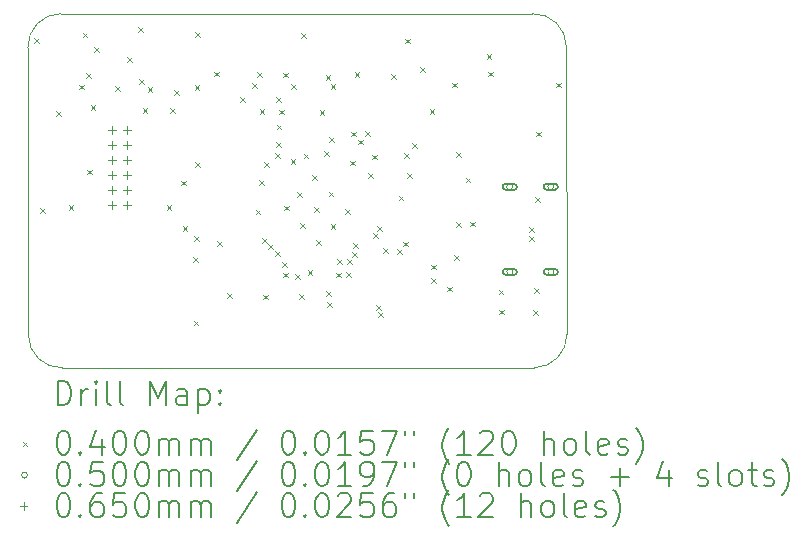
<source format=gbr>
%TF.GenerationSoftware,KiCad,Pcbnew,(6.0.9)*%
%TF.CreationDate,2022-11-24T16:49:14+01:00*%
%TF.ProjectId,LDAD ATOM PRO,4c444144-2041-4544-9f4d-2050524f2e6b,5.3*%
%TF.SameCoordinates,Original*%
%TF.FileFunction,Drillmap*%
%TF.FilePolarity,Positive*%
%FSLAX45Y45*%
G04 Gerber Fmt 4.5, Leading zero omitted, Abs format (unit mm)*
G04 Created by KiCad (PCBNEW (6.0.9)) date 2022-11-24 16:49:14*
%MOMM*%
%LPD*%
G01*
G04 APERTURE LIST*
%ADD10C,0.100000*%
%ADD11C,0.200000*%
%ADD12C,0.040000*%
%ADD13C,0.050000*%
%ADD14C,0.065000*%
G04 APERTURE END LIST*
D10*
X11911342Y-11246793D02*
X15905000Y-11247000D01*
X16179179Y-8528000D02*
G75*
G03*
X15891000Y-8250000I-278189J-10D01*
G01*
X15905000Y-11247000D02*
G75*
G03*
X16183000Y-10958820I0J278180D01*
G01*
X11898387Y-8248955D02*
X15891000Y-8250000D01*
X16183000Y-10958820D02*
X16179180Y-8528000D01*
X11623168Y-10968793D02*
G75*
G03*
X11911342Y-11246793I278182J3D01*
G01*
X11623162Y-10968793D02*
X11620387Y-8537135D01*
X11898387Y-8248956D02*
G75*
G03*
X11620387Y-8537135I-27J-278154D01*
G01*
D11*
D12*
X11674000Y-8458000D02*
X11714000Y-8498000D01*
X11714000Y-8458000D02*
X11674000Y-8498000D01*
X11723000Y-9895000D02*
X11763000Y-9935000D01*
X11763000Y-9895000D02*
X11723000Y-9935000D01*
X11859000Y-9075000D02*
X11899000Y-9115000D01*
X11899000Y-9075000D02*
X11859000Y-9115000D01*
X11966000Y-9873000D02*
X12006000Y-9913000D01*
X12006000Y-9873000D02*
X11966000Y-9913000D01*
X12055000Y-8849000D02*
X12095000Y-8889000D01*
X12095000Y-8849000D02*
X12055000Y-8889000D01*
X12083000Y-8411000D02*
X12123000Y-8451000D01*
X12123000Y-8411000D02*
X12083000Y-8451000D01*
X12110050Y-8754000D02*
X12150050Y-8794000D01*
X12150050Y-8754000D02*
X12110050Y-8794000D01*
X12119000Y-9570000D02*
X12159000Y-9610000D01*
X12159000Y-9570000D02*
X12119000Y-9610000D01*
X12150000Y-9026000D02*
X12190000Y-9066000D01*
X12190000Y-9026000D02*
X12150000Y-9066000D01*
X12179000Y-8532000D02*
X12219000Y-8572000D01*
X12219000Y-8532000D02*
X12179000Y-8572000D01*
X12360000Y-8863000D02*
X12400000Y-8903000D01*
X12400000Y-8863000D02*
X12360000Y-8903000D01*
X12460000Y-8620000D02*
X12500000Y-8660000D01*
X12500000Y-8620000D02*
X12460000Y-8660000D01*
X12556000Y-8361000D02*
X12596000Y-8401000D01*
X12596000Y-8361000D02*
X12556000Y-8401000D01*
X12562000Y-8802000D02*
X12602000Y-8842000D01*
X12602000Y-8802000D02*
X12562000Y-8842000D01*
X12591000Y-9048000D02*
X12631000Y-9088000D01*
X12631000Y-9048000D02*
X12591000Y-9088000D01*
X12634000Y-8873000D02*
X12674000Y-8913000D01*
X12674000Y-8873000D02*
X12634000Y-8913000D01*
X12794500Y-9867500D02*
X12834500Y-9907500D01*
X12834500Y-9867500D02*
X12794500Y-9907500D01*
X12827000Y-9048000D02*
X12867000Y-9088000D01*
X12867000Y-9048000D02*
X12827000Y-9088000D01*
X12861000Y-8895000D02*
X12901000Y-8935000D01*
X12901000Y-8895000D02*
X12861000Y-8935000D01*
X12917000Y-9664000D02*
X12957000Y-9704000D01*
X12957000Y-9664000D02*
X12917000Y-9704000D01*
X12929000Y-10048000D02*
X12969000Y-10088000D01*
X12969000Y-10048000D02*
X12929000Y-10088000D01*
X13021000Y-10309000D02*
X13061000Y-10349000D01*
X13061000Y-10309000D02*
X13021000Y-10349000D01*
X13024000Y-10849000D02*
X13064000Y-10889000D01*
X13064000Y-10849000D02*
X13024000Y-10889000D01*
X13026000Y-10130000D02*
X13066000Y-10170000D01*
X13066000Y-10130000D02*
X13026000Y-10170000D01*
X13032000Y-8853000D02*
X13072000Y-8893000D01*
X13072000Y-8853000D02*
X13032000Y-8893000D01*
X13033000Y-8407000D02*
X13073000Y-8447000D01*
X13073000Y-8407000D02*
X13033000Y-8447000D01*
X13033000Y-9506000D02*
X13073000Y-9546000D01*
X13073000Y-9506000D02*
X13033000Y-9546000D01*
X13198000Y-8739000D02*
X13238000Y-8779000D01*
X13238000Y-8739000D02*
X13198000Y-8779000D01*
X13224000Y-10175000D02*
X13264000Y-10215000D01*
X13264000Y-10175000D02*
X13224000Y-10215000D01*
X13307000Y-10616000D02*
X13347000Y-10656000D01*
X13347000Y-10616000D02*
X13307000Y-10656000D01*
X13419000Y-8959000D02*
X13459000Y-8999000D01*
X13459000Y-8959000D02*
X13419000Y-8999000D01*
X13516000Y-8840000D02*
X13556000Y-8880000D01*
X13556000Y-8840000D02*
X13516000Y-8880000D01*
X13548000Y-9908000D02*
X13588000Y-9948000D01*
X13588000Y-9908000D02*
X13548000Y-9948000D01*
X13560000Y-8742000D02*
X13600000Y-8782000D01*
X13600000Y-8742000D02*
X13560000Y-8782000D01*
X13579000Y-9661000D02*
X13619000Y-9701000D01*
X13619000Y-9661000D02*
X13579000Y-9701000D01*
X13581000Y-9060000D02*
X13621000Y-9100000D01*
X13621000Y-9060000D02*
X13581000Y-9100000D01*
X13602000Y-10151000D02*
X13642000Y-10191000D01*
X13642000Y-10151000D02*
X13602000Y-10191000D01*
X13612000Y-10627000D02*
X13652000Y-10667000D01*
X13652000Y-10627000D02*
X13612000Y-10667000D01*
X13623000Y-9507000D02*
X13663000Y-9547000D01*
X13663000Y-9507000D02*
X13623000Y-9547000D01*
X13657000Y-10200000D02*
X13697000Y-10240000D01*
X13697000Y-10200000D02*
X13657000Y-10240000D01*
X13714000Y-10259000D02*
X13754000Y-10299000D01*
X13754000Y-10259000D02*
X13714000Y-10299000D01*
X13715000Y-9429000D02*
X13755000Y-9469000D01*
X13755000Y-9429000D02*
X13715000Y-9469000D01*
X13723000Y-9338000D02*
X13763000Y-9378000D01*
X13763000Y-9338000D02*
X13723000Y-9378000D01*
X13724000Y-8954000D02*
X13764000Y-8994000D01*
X13764000Y-8954000D02*
X13724000Y-8994000D01*
X13725000Y-9188000D02*
X13765000Y-9228000D01*
X13765000Y-9188000D02*
X13725000Y-9228000D01*
X13749000Y-9062000D02*
X13789000Y-9102000D01*
X13789000Y-9062000D02*
X13749000Y-9102000D01*
X13775000Y-10351000D02*
X13815000Y-10391000D01*
X13815000Y-10351000D02*
X13775000Y-10391000D01*
X13781000Y-8749000D02*
X13821000Y-8789000D01*
X13821000Y-8749000D02*
X13781000Y-8789000D01*
X13784000Y-10442000D02*
X13824000Y-10482000D01*
X13824000Y-10442000D02*
X13784000Y-10482000D01*
X13791000Y-9875000D02*
X13831000Y-9915000D01*
X13831000Y-9875000D02*
X13791000Y-9915000D01*
X13844000Y-9483000D02*
X13884000Y-9523000D01*
X13884000Y-9483000D02*
X13844000Y-9523000D01*
X13847000Y-8843000D02*
X13887000Y-8883000D01*
X13887000Y-8843000D02*
X13847000Y-8883000D01*
X13885000Y-10453000D02*
X13925000Y-10493000D01*
X13925000Y-10453000D02*
X13885000Y-10493000D01*
X13901000Y-9759000D02*
X13941000Y-9799000D01*
X13941000Y-9759000D02*
X13901000Y-9799000D01*
X13916000Y-10625000D02*
X13956000Y-10665000D01*
X13956000Y-10625000D02*
X13916000Y-10665000D01*
X13923000Y-10021000D02*
X13963000Y-10061000D01*
X13963000Y-10021000D02*
X13923000Y-10061000D01*
X13933000Y-8413000D02*
X13973000Y-8453000D01*
X13973000Y-8413000D02*
X13933000Y-8453000D01*
X13955000Y-9434000D02*
X13995000Y-9474000D01*
X13995000Y-9434000D02*
X13955000Y-9474000D01*
X13988000Y-10422000D02*
X14028000Y-10462000D01*
X14028000Y-10422000D02*
X13988000Y-10462000D01*
X14026000Y-9619000D02*
X14066000Y-9659000D01*
X14066000Y-9619000D02*
X14026000Y-9659000D01*
X14043000Y-9886000D02*
X14083000Y-9926000D01*
X14083000Y-9886000D02*
X14043000Y-9926000D01*
X14061000Y-10167000D02*
X14101000Y-10207000D01*
X14101000Y-10167000D02*
X14061000Y-10207000D01*
X14091000Y-9063000D02*
X14131000Y-9103000D01*
X14131000Y-9063000D02*
X14091000Y-9103000D01*
X14130000Y-9413000D02*
X14170000Y-9453000D01*
X14170000Y-9413000D02*
X14130000Y-9453000D01*
X14140000Y-8771000D02*
X14180000Y-8811000D01*
X14180000Y-8771000D02*
X14140000Y-8811000D01*
X14148000Y-10601000D02*
X14188000Y-10641000D01*
X14188000Y-10601000D02*
X14148000Y-10641000D01*
X14152000Y-10693000D02*
X14192000Y-10733000D01*
X14192000Y-10693000D02*
X14152000Y-10733000D01*
X14166000Y-9755000D02*
X14206000Y-9795000D01*
X14206000Y-9755000D02*
X14166000Y-9795000D01*
X14173000Y-9292000D02*
X14213000Y-9332000D01*
X14213000Y-9292000D02*
X14173000Y-9332000D01*
X14183000Y-8843000D02*
X14223000Y-8883000D01*
X14223000Y-8843000D02*
X14183000Y-8883000D01*
X14183000Y-10030000D02*
X14223000Y-10070000D01*
X14223000Y-10030000D02*
X14183000Y-10070000D01*
X14230000Y-10442000D02*
X14270000Y-10482000D01*
X14270000Y-10442000D02*
X14230000Y-10482000D01*
X14236000Y-10329000D02*
X14276000Y-10369000D01*
X14276000Y-10329000D02*
X14236000Y-10369000D01*
X14308000Y-9903000D02*
X14348000Y-9943000D01*
X14348000Y-9903000D02*
X14308000Y-9943000D01*
X14316000Y-10438000D02*
X14356000Y-10478000D01*
X14356000Y-10438000D02*
X14316000Y-10478000D01*
X14321000Y-10328000D02*
X14361000Y-10368000D01*
X14361000Y-10328000D02*
X14321000Y-10368000D01*
X14349000Y-9494000D02*
X14389000Y-9534000D01*
X14389000Y-9494000D02*
X14349000Y-9534000D01*
X14354000Y-9248000D02*
X14394000Y-9288000D01*
X14394000Y-9248000D02*
X14354000Y-9288000D01*
X14367000Y-10266000D02*
X14407000Y-10306000D01*
X14407000Y-10266000D02*
X14367000Y-10306000D01*
X14372000Y-10194000D02*
X14412000Y-10234000D01*
X14412000Y-10194000D02*
X14372000Y-10234000D01*
X14386000Y-8747000D02*
X14426000Y-8787000D01*
X14426000Y-8747000D02*
X14386000Y-8787000D01*
X14417000Y-9315000D02*
X14457000Y-9355000D01*
X14457000Y-9315000D02*
X14417000Y-9355000D01*
X14477000Y-9244000D02*
X14517000Y-9284000D01*
X14517000Y-9244000D02*
X14477000Y-9284000D01*
X14498000Y-9598000D02*
X14538000Y-9638000D01*
X14538000Y-9598000D02*
X14498000Y-9638000D01*
X14537000Y-9442000D02*
X14577000Y-9482000D01*
X14577000Y-9442000D02*
X14537000Y-9482000D01*
X14544817Y-10107450D02*
X14584817Y-10147450D01*
X14584817Y-10107450D02*
X14544817Y-10147450D01*
X14568000Y-10715000D02*
X14608000Y-10755000D01*
X14608000Y-10715000D02*
X14568000Y-10755000D01*
X14578827Y-10046325D02*
X14618827Y-10086325D01*
X14618827Y-10046325D02*
X14578827Y-10086325D01*
X14585000Y-10779000D02*
X14625000Y-10819000D01*
X14625000Y-10779000D02*
X14585000Y-10819000D01*
X14629160Y-10236571D02*
X14669160Y-10276571D01*
X14669160Y-10236571D02*
X14629160Y-10276571D01*
X14697000Y-8761000D02*
X14737000Y-8801000D01*
X14737000Y-8761000D02*
X14697000Y-8801000D01*
X14745000Y-10240000D02*
X14785000Y-10280000D01*
X14785000Y-10240000D02*
X14745000Y-10280000D01*
X14758000Y-9789000D02*
X14798000Y-9829000D01*
X14798000Y-9789000D02*
X14758000Y-9829000D01*
X14799050Y-10179228D02*
X14839050Y-10219228D01*
X14839050Y-10179228D02*
X14799050Y-10219228D01*
X14808000Y-9430000D02*
X14848000Y-9470000D01*
X14848000Y-9430000D02*
X14808000Y-9470000D01*
X14814000Y-8461000D02*
X14854000Y-8501000D01*
X14854000Y-8461000D02*
X14814000Y-8501000D01*
X14833000Y-9598000D02*
X14873000Y-9638000D01*
X14873000Y-9598000D02*
X14833000Y-9638000D01*
X14875000Y-9343000D02*
X14915000Y-9383000D01*
X14915000Y-9343000D02*
X14875000Y-9383000D01*
X14939000Y-8705000D02*
X14979000Y-8745000D01*
X14979000Y-8705000D02*
X14939000Y-8745000D01*
X15022000Y-9059000D02*
X15062000Y-9099000D01*
X15062000Y-9059000D02*
X15022000Y-9099000D01*
X15031000Y-10374000D02*
X15071000Y-10414000D01*
X15071000Y-10374000D02*
X15031000Y-10414000D01*
X15033000Y-10486000D02*
X15073000Y-10526000D01*
X15073000Y-10486000D02*
X15033000Y-10526000D01*
X15167000Y-10561000D02*
X15207000Y-10601000D01*
X15207000Y-10561000D02*
X15167000Y-10601000D01*
X15213000Y-8834000D02*
X15253000Y-8874000D01*
X15253000Y-8834000D02*
X15213000Y-8874000D01*
X15231000Y-10291000D02*
X15271000Y-10331000D01*
X15271000Y-10291000D02*
X15231000Y-10331000D01*
X15244000Y-10014000D02*
X15284000Y-10054000D01*
X15284000Y-10014000D02*
X15244000Y-10054000D01*
X15246000Y-9420000D02*
X15286000Y-9460000D01*
X15286000Y-9420000D02*
X15246000Y-9460000D01*
X15325000Y-9638000D02*
X15365000Y-9678000D01*
X15365000Y-9638000D02*
X15325000Y-9678000D01*
X15365000Y-10011000D02*
X15405000Y-10051000D01*
X15405000Y-10011000D02*
X15365000Y-10051000D01*
X15503000Y-8591000D02*
X15543000Y-8631000D01*
X15543000Y-8591000D02*
X15503000Y-8631000D01*
X15514000Y-8741000D02*
X15554000Y-8781000D01*
X15554000Y-8741000D02*
X15514000Y-8781000D01*
X15606000Y-10586000D02*
X15646000Y-10626000D01*
X15646000Y-10586000D02*
X15606000Y-10626000D01*
X15608000Y-10756000D02*
X15648000Y-10796000D01*
X15648000Y-10756000D02*
X15608000Y-10796000D01*
X15863000Y-10134000D02*
X15903000Y-10174000D01*
X15903000Y-10134000D02*
X15863000Y-10174000D01*
X15866000Y-10054000D02*
X15906000Y-10094000D01*
X15906000Y-10054000D02*
X15866000Y-10094000D01*
X15895000Y-10761000D02*
X15935000Y-10801000D01*
X15935000Y-10761000D02*
X15895000Y-10801000D01*
X15905000Y-10571000D02*
X15945000Y-10611000D01*
X15945000Y-10571000D02*
X15905000Y-10611000D01*
X15913000Y-9800000D02*
X15953000Y-9840000D01*
X15953000Y-9800000D02*
X15913000Y-9840000D01*
X15920000Y-9248000D02*
X15960000Y-9288000D01*
X15960000Y-9248000D02*
X15920000Y-9288000D01*
X16090000Y-8834000D02*
X16130000Y-8874000D01*
X16130000Y-8834000D02*
X16090000Y-8874000D01*
D13*
X15724000Y-9716000D02*
G75*
G03*
X15724000Y-9716000I-25000J0D01*
G01*
D11*
X15664000Y-9741000D02*
X15734000Y-9741000D01*
X15664000Y-9691000D02*
X15734000Y-9691000D01*
X15734000Y-9741000D02*
G75*
G03*
X15734000Y-9691000I0J25000D01*
G01*
X15664000Y-9691000D02*
G75*
G03*
X15664000Y-9741000I0J-25000D01*
G01*
D13*
X15725000Y-10435000D02*
G75*
G03*
X15725000Y-10435000I-25000J0D01*
G01*
D11*
X15665000Y-10460000D02*
X15735000Y-10460000D01*
X15665000Y-10410000D02*
X15735000Y-10410000D01*
X15735000Y-10460000D02*
G75*
G03*
X15735000Y-10410000I0J25000D01*
G01*
X15665000Y-10410000D02*
G75*
G03*
X15665000Y-10460000I0J-25000D01*
G01*
D13*
X16072000Y-9714000D02*
G75*
G03*
X16072000Y-9714000I-25000J0D01*
G01*
D11*
X16012000Y-9739000D02*
X16082000Y-9739000D01*
X16012000Y-9689000D02*
X16082000Y-9689000D01*
X16082000Y-9739000D02*
G75*
G03*
X16082000Y-9689000I0J25000D01*
G01*
X16012000Y-9689000D02*
G75*
G03*
X16012000Y-9739000I0J-25000D01*
G01*
D13*
X16072000Y-10436000D02*
G75*
G03*
X16072000Y-10436000I-25000J0D01*
G01*
D11*
X16012000Y-10461000D02*
X16082000Y-10461000D01*
X16012000Y-10411000D02*
X16082000Y-10411000D01*
X16082000Y-10461000D02*
G75*
G03*
X16082000Y-10411000I0J25000D01*
G01*
X16012000Y-10411000D02*
G75*
G03*
X16012000Y-10461000I0J-25000D01*
G01*
D14*
X12330500Y-9200000D02*
X12330500Y-9265000D01*
X12298000Y-9232500D02*
X12363000Y-9232500D01*
X12330500Y-9327000D02*
X12330500Y-9392000D01*
X12298000Y-9359500D02*
X12363000Y-9359500D01*
X12330500Y-9454000D02*
X12330500Y-9519000D01*
X12298000Y-9486500D02*
X12363000Y-9486500D01*
X12330500Y-9581000D02*
X12330500Y-9646000D01*
X12298000Y-9613500D02*
X12363000Y-9613500D01*
X12330500Y-9708000D02*
X12330500Y-9773000D01*
X12298000Y-9740500D02*
X12363000Y-9740500D01*
X12330500Y-9835000D02*
X12330500Y-9900000D01*
X12298000Y-9867500D02*
X12363000Y-9867500D01*
X12457500Y-9200000D02*
X12457500Y-9265000D01*
X12425000Y-9232500D02*
X12490000Y-9232500D01*
X12457500Y-9327000D02*
X12457500Y-9392000D01*
X12425000Y-9359500D02*
X12490000Y-9359500D01*
X12457500Y-9454000D02*
X12457500Y-9519000D01*
X12425000Y-9486500D02*
X12490000Y-9486500D01*
X12457500Y-9581000D02*
X12457500Y-9646000D01*
X12425000Y-9613500D02*
X12490000Y-9613500D01*
X12457500Y-9708000D02*
X12457500Y-9773000D01*
X12425000Y-9740500D02*
X12490000Y-9740500D01*
X12457500Y-9835000D02*
X12457500Y-9900000D01*
X12425000Y-9867500D02*
X12490000Y-9867500D01*
D11*
X11872825Y-11562476D02*
X11872825Y-11362476D01*
X11920444Y-11362476D01*
X11949016Y-11372000D01*
X11968063Y-11391048D01*
X11977587Y-11410095D01*
X11987111Y-11448190D01*
X11987111Y-11476762D01*
X11977587Y-11514857D01*
X11968063Y-11533905D01*
X11949016Y-11552952D01*
X11920444Y-11562476D01*
X11872825Y-11562476D01*
X12072825Y-11562476D02*
X12072825Y-11429143D01*
X12072825Y-11467238D02*
X12082349Y-11448190D01*
X12091873Y-11438667D01*
X12110920Y-11429143D01*
X12129968Y-11429143D01*
X12196635Y-11562476D02*
X12196635Y-11429143D01*
X12196635Y-11362476D02*
X12187111Y-11372000D01*
X12196635Y-11381524D01*
X12206158Y-11372000D01*
X12196635Y-11362476D01*
X12196635Y-11381524D01*
X12320444Y-11562476D02*
X12301397Y-11552952D01*
X12291873Y-11533905D01*
X12291873Y-11362476D01*
X12425206Y-11562476D02*
X12406158Y-11552952D01*
X12396635Y-11533905D01*
X12396635Y-11362476D01*
X12653778Y-11562476D02*
X12653778Y-11362476D01*
X12720444Y-11505333D01*
X12787111Y-11362476D01*
X12787111Y-11562476D01*
X12968063Y-11562476D02*
X12968063Y-11457714D01*
X12958539Y-11438667D01*
X12939492Y-11429143D01*
X12901397Y-11429143D01*
X12882349Y-11438667D01*
X12968063Y-11552952D02*
X12949016Y-11562476D01*
X12901397Y-11562476D01*
X12882349Y-11552952D01*
X12872825Y-11533905D01*
X12872825Y-11514857D01*
X12882349Y-11495809D01*
X12901397Y-11486286D01*
X12949016Y-11486286D01*
X12968063Y-11476762D01*
X13063301Y-11429143D02*
X13063301Y-11629143D01*
X13063301Y-11438667D02*
X13082349Y-11429143D01*
X13120444Y-11429143D01*
X13139492Y-11438667D01*
X13149016Y-11448190D01*
X13158539Y-11467238D01*
X13158539Y-11524381D01*
X13149016Y-11543428D01*
X13139492Y-11552952D01*
X13120444Y-11562476D01*
X13082349Y-11562476D01*
X13063301Y-11552952D01*
X13244254Y-11543428D02*
X13253778Y-11552952D01*
X13244254Y-11562476D01*
X13234730Y-11552952D01*
X13244254Y-11543428D01*
X13244254Y-11562476D01*
X13244254Y-11438667D02*
X13253778Y-11448190D01*
X13244254Y-11457714D01*
X13234730Y-11448190D01*
X13244254Y-11438667D01*
X13244254Y-11457714D01*
D12*
X11575206Y-11872000D02*
X11615206Y-11912000D01*
X11615206Y-11872000D02*
X11575206Y-11912000D01*
D11*
X11910920Y-11782476D02*
X11929968Y-11782476D01*
X11949016Y-11792000D01*
X11958539Y-11801524D01*
X11968063Y-11820571D01*
X11977587Y-11858667D01*
X11977587Y-11906286D01*
X11968063Y-11944381D01*
X11958539Y-11963428D01*
X11949016Y-11972952D01*
X11929968Y-11982476D01*
X11910920Y-11982476D01*
X11891873Y-11972952D01*
X11882349Y-11963428D01*
X11872825Y-11944381D01*
X11863301Y-11906286D01*
X11863301Y-11858667D01*
X11872825Y-11820571D01*
X11882349Y-11801524D01*
X11891873Y-11792000D01*
X11910920Y-11782476D01*
X12063301Y-11963428D02*
X12072825Y-11972952D01*
X12063301Y-11982476D01*
X12053778Y-11972952D01*
X12063301Y-11963428D01*
X12063301Y-11982476D01*
X12244254Y-11849143D02*
X12244254Y-11982476D01*
X12196635Y-11772952D02*
X12149016Y-11915809D01*
X12272825Y-11915809D01*
X12387111Y-11782476D02*
X12406158Y-11782476D01*
X12425206Y-11792000D01*
X12434730Y-11801524D01*
X12444254Y-11820571D01*
X12453778Y-11858667D01*
X12453778Y-11906286D01*
X12444254Y-11944381D01*
X12434730Y-11963428D01*
X12425206Y-11972952D01*
X12406158Y-11982476D01*
X12387111Y-11982476D01*
X12368063Y-11972952D01*
X12358539Y-11963428D01*
X12349016Y-11944381D01*
X12339492Y-11906286D01*
X12339492Y-11858667D01*
X12349016Y-11820571D01*
X12358539Y-11801524D01*
X12368063Y-11792000D01*
X12387111Y-11782476D01*
X12577587Y-11782476D02*
X12596635Y-11782476D01*
X12615682Y-11792000D01*
X12625206Y-11801524D01*
X12634730Y-11820571D01*
X12644254Y-11858667D01*
X12644254Y-11906286D01*
X12634730Y-11944381D01*
X12625206Y-11963428D01*
X12615682Y-11972952D01*
X12596635Y-11982476D01*
X12577587Y-11982476D01*
X12558539Y-11972952D01*
X12549016Y-11963428D01*
X12539492Y-11944381D01*
X12529968Y-11906286D01*
X12529968Y-11858667D01*
X12539492Y-11820571D01*
X12549016Y-11801524D01*
X12558539Y-11792000D01*
X12577587Y-11782476D01*
X12729968Y-11982476D02*
X12729968Y-11849143D01*
X12729968Y-11868190D02*
X12739492Y-11858667D01*
X12758539Y-11849143D01*
X12787111Y-11849143D01*
X12806158Y-11858667D01*
X12815682Y-11877714D01*
X12815682Y-11982476D01*
X12815682Y-11877714D02*
X12825206Y-11858667D01*
X12844254Y-11849143D01*
X12872825Y-11849143D01*
X12891873Y-11858667D01*
X12901397Y-11877714D01*
X12901397Y-11982476D01*
X12996635Y-11982476D02*
X12996635Y-11849143D01*
X12996635Y-11868190D02*
X13006158Y-11858667D01*
X13025206Y-11849143D01*
X13053778Y-11849143D01*
X13072825Y-11858667D01*
X13082349Y-11877714D01*
X13082349Y-11982476D01*
X13082349Y-11877714D02*
X13091873Y-11858667D01*
X13110920Y-11849143D01*
X13139492Y-11849143D01*
X13158539Y-11858667D01*
X13168063Y-11877714D01*
X13168063Y-11982476D01*
X13558539Y-11772952D02*
X13387111Y-12030095D01*
X13815682Y-11782476D02*
X13834730Y-11782476D01*
X13853778Y-11792000D01*
X13863301Y-11801524D01*
X13872825Y-11820571D01*
X13882349Y-11858667D01*
X13882349Y-11906286D01*
X13872825Y-11944381D01*
X13863301Y-11963428D01*
X13853778Y-11972952D01*
X13834730Y-11982476D01*
X13815682Y-11982476D01*
X13796635Y-11972952D01*
X13787111Y-11963428D01*
X13777587Y-11944381D01*
X13768063Y-11906286D01*
X13768063Y-11858667D01*
X13777587Y-11820571D01*
X13787111Y-11801524D01*
X13796635Y-11792000D01*
X13815682Y-11782476D01*
X13968063Y-11963428D02*
X13977587Y-11972952D01*
X13968063Y-11982476D01*
X13958539Y-11972952D01*
X13968063Y-11963428D01*
X13968063Y-11982476D01*
X14101397Y-11782476D02*
X14120444Y-11782476D01*
X14139492Y-11792000D01*
X14149016Y-11801524D01*
X14158539Y-11820571D01*
X14168063Y-11858667D01*
X14168063Y-11906286D01*
X14158539Y-11944381D01*
X14149016Y-11963428D01*
X14139492Y-11972952D01*
X14120444Y-11982476D01*
X14101397Y-11982476D01*
X14082349Y-11972952D01*
X14072825Y-11963428D01*
X14063301Y-11944381D01*
X14053778Y-11906286D01*
X14053778Y-11858667D01*
X14063301Y-11820571D01*
X14072825Y-11801524D01*
X14082349Y-11792000D01*
X14101397Y-11782476D01*
X14358539Y-11982476D02*
X14244254Y-11982476D01*
X14301397Y-11982476D02*
X14301397Y-11782476D01*
X14282349Y-11811048D01*
X14263301Y-11830095D01*
X14244254Y-11839619D01*
X14539492Y-11782476D02*
X14444254Y-11782476D01*
X14434730Y-11877714D01*
X14444254Y-11868190D01*
X14463301Y-11858667D01*
X14510920Y-11858667D01*
X14529968Y-11868190D01*
X14539492Y-11877714D01*
X14549016Y-11896762D01*
X14549016Y-11944381D01*
X14539492Y-11963428D01*
X14529968Y-11972952D01*
X14510920Y-11982476D01*
X14463301Y-11982476D01*
X14444254Y-11972952D01*
X14434730Y-11963428D01*
X14615682Y-11782476D02*
X14749016Y-11782476D01*
X14663301Y-11982476D01*
X14815682Y-11782476D02*
X14815682Y-11820571D01*
X14891873Y-11782476D02*
X14891873Y-11820571D01*
X15187111Y-12058667D02*
X15177587Y-12049143D01*
X15158539Y-12020571D01*
X15149016Y-12001524D01*
X15139492Y-11972952D01*
X15129968Y-11925333D01*
X15129968Y-11887238D01*
X15139492Y-11839619D01*
X15149016Y-11811048D01*
X15158539Y-11792000D01*
X15177587Y-11763428D01*
X15187111Y-11753905D01*
X15368063Y-11982476D02*
X15253778Y-11982476D01*
X15310920Y-11982476D02*
X15310920Y-11782476D01*
X15291873Y-11811048D01*
X15272825Y-11830095D01*
X15253778Y-11839619D01*
X15444254Y-11801524D02*
X15453778Y-11792000D01*
X15472825Y-11782476D01*
X15520444Y-11782476D01*
X15539492Y-11792000D01*
X15549016Y-11801524D01*
X15558539Y-11820571D01*
X15558539Y-11839619D01*
X15549016Y-11868190D01*
X15434730Y-11982476D01*
X15558539Y-11982476D01*
X15682349Y-11782476D02*
X15701397Y-11782476D01*
X15720444Y-11792000D01*
X15729968Y-11801524D01*
X15739492Y-11820571D01*
X15749016Y-11858667D01*
X15749016Y-11906286D01*
X15739492Y-11944381D01*
X15729968Y-11963428D01*
X15720444Y-11972952D01*
X15701397Y-11982476D01*
X15682349Y-11982476D01*
X15663301Y-11972952D01*
X15653778Y-11963428D01*
X15644254Y-11944381D01*
X15634730Y-11906286D01*
X15634730Y-11858667D01*
X15644254Y-11820571D01*
X15653778Y-11801524D01*
X15663301Y-11792000D01*
X15682349Y-11782476D01*
X15987111Y-11982476D02*
X15987111Y-11782476D01*
X16072825Y-11982476D02*
X16072825Y-11877714D01*
X16063301Y-11858667D01*
X16044254Y-11849143D01*
X16015682Y-11849143D01*
X15996635Y-11858667D01*
X15987111Y-11868190D01*
X16196635Y-11982476D02*
X16177587Y-11972952D01*
X16168063Y-11963428D01*
X16158539Y-11944381D01*
X16158539Y-11887238D01*
X16168063Y-11868190D01*
X16177587Y-11858667D01*
X16196635Y-11849143D01*
X16225206Y-11849143D01*
X16244254Y-11858667D01*
X16253778Y-11868190D01*
X16263301Y-11887238D01*
X16263301Y-11944381D01*
X16253778Y-11963428D01*
X16244254Y-11972952D01*
X16225206Y-11982476D01*
X16196635Y-11982476D01*
X16377587Y-11982476D02*
X16358539Y-11972952D01*
X16349016Y-11953905D01*
X16349016Y-11782476D01*
X16529968Y-11972952D02*
X16510920Y-11982476D01*
X16472825Y-11982476D01*
X16453778Y-11972952D01*
X16444254Y-11953905D01*
X16444254Y-11877714D01*
X16453778Y-11858667D01*
X16472825Y-11849143D01*
X16510920Y-11849143D01*
X16529968Y-11858667D01*
X16539492Y-11877714D01*
X16539492Y-11896762D01*
X16444254Y-11915809D01*
X16615682Y-11972952D02*
X16634730Y-11982476D01*
X16672825Y-11982476D01*
X16691873Y-11972952D01*
X16701397Y-11953905D01*
X16701397Y-11944381D01*
X16691873Y-11925333D01*
X16672825Y-11915809D01*
X16644254Y-11915809D01*
X16625206Y-11906286D01*
X16615682Y-11887238D01*
X16615682Y-11877714D01*
X16625206Y-11858667D01*
X16644254Y-11849143D01*
X16672825Y-11849143D01*
X16691873Y-11858667D01*
X16768063Y-12058667D02*
X16777587Y-12049143D01*
X16796635Y-12020571D01*
X16806159Y-12001524D01*
X16815682Y-11972952D01*
X16825206Y-11925333D01*
X16825206Y-11887238D01*
X16815682Y-11839619D01*
X16806159Y-11811048D01*
X16796635Y-11792000D01*
X16777587Y-11763428D01*
X16768063Y-11753905D01*
D13*
X11615206Y-12156000D02*
G75*
G03*
X11615206Y-12156000I-25000J0D01*
G01*
D11*
X11910920Y-12046476D02*
X11929968Y-12046476D01*
X11949016Y-12056000D01*
X11958539Y-12065524D01*
X11968063Y-12084571D01*
X11977587Y-12122667D01*
X11977587Y-12170286D01*
X11968063Y-12208381D01*
X11958539Y-12227428D01*
X11949016Y-12236952D01*
X11929968Y-12246476D01*
X11910920Y-12246476D01*
X11891873Y-12236952D01*
X11882349Y-12227428D01*
X11872825Y-12208381D01*
X11863301Y-12170286D01*
X11863301Y-12122667D01*
X11872825Y-12084571D01*
X11882349Y-12065524D01*
X11891873Y-12056000D01*
X11910920Y-12046476D01*
X12063301Y-12227428D02*
X12072825Y-12236952D01*
X12063301Y-12246476D01*
X12053778Y-12236952D01*
X12063301Y-12227428D01*
X12063301Y-12246476D01*
X12253778Y-12046476D02*
X12158539Y-12046476D01*
X12149016Y-12141714D01*
X12158539Y-12132190D01*
X12177587Y-12122667D01*
X12225206Y-12122667D01*
X12244254Y-12132190D01*
X12253778Y-12141714D01*
X12263301Y-12160762D01*
X12263301Y-12208381D01*
X12253778Y-12227428D01*
X12244254Y-12236952D01*
X12225206Y-12246476D01*
X12177587Y-12246476D01*
X12158539Y-12236952D01*
X12149016Y-12227428D01*
X12387111Y-12046476D02*
X12406158Y-12046476D01*
X12425206Y-12056000D01*
X12434730Y-12065524D01*
X12444254Y-12084571D01*
X12453778Y-12122667D01*
X12453778Y-12170286D01*
X12444254Y-12208381D01*
X12434730Y-12227428D01*
X12425206Y-12236952D01*
X12406158Y-12246476D01*
X12387111Y-12246476D01*
X12368063Y-12236952D01*
X12358539Y-12227428D01*
X12349016Y-12208381D01*
X12339492Y-12170286D01*
X12339492Y-12122667D01*
X12349016Y-12084571D01*
X12358539Y-12065524D01*
X12368063Y-12056000D01*
X12387111Y-12046476D01*
X12577587Y-12046476D02*
X12596635Y-12046476D01*
X12615682Y-12056000D01*
X12625206Y-12065524D01*
X12634730Y-12084571D01*
X12644254Y-12122667D01*
X12644254Y-12170286D01*
X12634730Y-12208381D01*
X12625206Y-12227428D01*
X12615682Y-12236952D01*
X12596635Y-12246476D01*
X12577587Y-12246476D01*
X12558539Y-12236952D01*
X12549016Y-12227428D01*
X12539492Y-12208381D01*
X12529968Y-12170286D01*
X12529968Y-12122667D01*
X12539492Y-12084571D01*
X12549016Y-12065524D01*
X12558539Y-12056000D01*
X12577587Y-12046476D01*
X12729968Y-12246476D02*
X12729968Y-12113143D01*
X12729968Y-12132190D02*
X12739492Y-12122667D01*
X12758539Y-12113143D01*
X12787111Y-12113143D01*
X12806158Y-12122667D01*
X12815682Y-12141714D01*
X12815682Y-12246476D01*
X12815682Y-12141714D02*
X12825206Y-12122667D01*
X12844254Y-12113143D01*
X12872825Y-12113143D01*
X12891873Y-12122667D01*
X12901397Y-12141714D01*
X12901397Y-12246476D01*
X12996635Y-12246476D02*
X12996635Y-12113143D01*
X12996635Y-12132190D02*
X13006158Y-12122667D01*
X13025206Y-12113143D01*
X13053778Y-12113143D01*
X13072825Y-12122667D01*
X13082349Y-12141714D01*
X13082349Y-12246476D01*
X13082349Y-12141714D02*
X13091873Y-12122667D01*
X13110920Y-12113143D01*
X13139492Y-12113143D01*
X13158539Y-12122667D01*
X13168063Y-12141714D01*
X13168063Y-12246476D01*
X13558539Y-12036952D02*
X13387111Y-12294095D01*
X13815682Y-12046476D02*
X13834730Y-12046476D01*
X13853778Y-12056000D01*
X13863301Y-12065524D01*
X13872825Y-12084571D01*
X13882349Y-12122667D01*
X13882349Y-12170286D01*
X13872825Y-12208381D01*
X13863301Y-12227428D01*
X13853778Y-12236952D01*
X13834730Y-12246476D01*
X13815682Y-12246476D01*
X13796635Y-12236952D01*
X13787111Y-12227428D01*
X13777587Y-12208381D01*
X13768063Y-12170286D01*
X13768063Y-12122667D01*
X13777587Y-12084571D01*
X13787111Y-12065524D01*
X13796635Y-12056000D01*
X13815682Y-12046476D01*
X13968063Y-12227428D02*
X13977587Y-12236952D01*
X13968063Y-12246476D01*
X13958539Y-12236952D01*
X13968063Y-12227428D01*
X13968063Y-12246476D01*
X14101397Y-12046476D02*
X14120444Y-12046476D01*
X14139492Y-12056000D01*
X14149016Y-12065524D01*
X14158539Y-12084571D01*
X14168063Y-12122667D01*
X14168063Y-12170286D01*
X14158539Y-12208381D01*
X14149016Y-12227428D01*
X14139492Y-12236952D01*
X14120444Y-12246476D01*
X14101397Y-12246476D01*
X14082349Y-12236952D01*
X14072825Y-12227428D01*
X14063301Y-12208381D01*
X14053778Y-12170286D01*
X14053778Y-12122667D01*
X14063301Y-12084571D01*
X14072825Y-12065524D01*
X14082349Y-12056000D01*
X14101397Y-12046476D01*
X14358539Y-12246476D02*
X14244254Y-12246476D01*
X14301397Y-12246476D02*
X14301397Y-12046476D01*
X14282349Y-12075048D01*
X14263301Y-12094095D01*
X14244254Y-12103619D01*
X14453778Y-12246476D02*
X14491873Y-12246476D01*
X14510920Y-12236952D01*
X14520444Y-12227428D01*
X14539492Y-12198857D01*
X14549016Y-12160762D01*
X14549016Y-12084571D01*
X14539492Y-12065524D01*
X14529968Y-12056000D01*
X14510920Y-12046476D01*
X14472825Y-12046476D01*
X14453778Y-12056000D01*
X14444254Y-12065524D01*
X14434730Y-12084571D01*
X14434730Y-12132190D01*
X14444254Y-12151238D01*
X14453778Y-12160762D01*
X14472825Y-12170286D01*
X14510920Y-12170286D01*
X14529968Y-12160762D01*
X14539492Y-12151238D01*
X14549016Y-12132190D01*
X14615682Y-12046476D02*
X14749016Y-12046476D01*
X14663301Y-12246476D01*
X14815682Y-12046476D02*
X14815682Y-12084571D01*
X14891873Y-12046476D02*
X14891873Y-12084571D01*
X15187111Y-12322667D02*
X15177587Y-12313143D01*
X15158539Y-12284571D01*
X15149016Y-12265524D01*
X15139492Y-12236952D01*
X15129968Y-12189333D01*
X15129968Y-12151238D01*
X15139492Y-12103619D01*
X15149016Y-12075048D01*
X15158539Y-12056000D01*
X15177587Y-12027428D01*
X15187111Y-12017905D01*
X15301397Y-12046476D02*
X15320444Y-12046476D01*
X15339492Y-12056000D01*
X15349016Y-12065524D01*
X15358539Y-12084571D01*
X15368063Y-12122667D01*
X15368063Y-12170286D01*
X15358539Y-12208381D01*
X15349016Y-12227428D01*
X15339492Y-12236952D01*
X15320444Y-12246476D01*
X15301397Y-12246476D01*
X15282349Y-12236952D01*
X15272825Y-12227428D01*
X15263301Y-12208381D01*
X15253778Y-12170286D01*
X15253778Y-12122667D01*
X15263301Y-12084571D01*
X15272825Y-12065524D01*
X15282349Y-12056000D01*
X15301397Y-12046476D01*
X15606158Y-12246476D02*
X15606158Y-12046476D01*
X15691873Y-12246476D02*
X15691873Y-12141714D01*
X15682349Y-12122667D01*
X15663301Y-12113143D01*
X15634730Y-12113143D01*
X15615682Y-12122667D01*
X15606158Y-12132190D01*
X15815682Y-12246476D02*
X15796635Y-12236952D01*
X15787111Y-12227428D01*
X15777587Y-12208381D01*
X15777587Y-12151238D01*
X15787111Y-12132190D01*
X15796635Y-12122667D01*
X15815682Y-12113143D01*
X15844254Y-12113143D01*
X15863301Y-12122667D01*
X15872825Y-12132190D01*
X15882349Y-12151238D01*
X15882349Y-12208381D01*
X15872825Y-12227428D01*
X15863301Y-12236952D01*
X15844254Y-12246476D01*
X15815682Y-12246476D01*
X15996635Y-12246476D02*
X15977587Y-12236952D01*
X15968063Y-12217905D01*
X15968063Y-12046476D01*
X16149016Y-12236952D02*
X16129968Y-12246476D01*
X16091873Y-12246476D01*
X16072825Y-12236952D01*
X16063301Y-12217905D01*
X16063301Y-12141714D01*
X16072825Y-12122667D01*
X16091873Y-12113143D01*
X16129968Y-12113143D01*
X16149016Y-12122667D01*
X16158539Y-12141714D01*
X16158539Y-12160762D01*
X16063301Y-12179809D01*
X16234730Y-12236952D02*
X16253778Y-12246476D01*
X16291873Y-12246476D01*
X16310920Y-12236952D01*
X16320444Y-12217905D01*
X16320444Y-12208381D01*
X16310920Y-12189333D01*
X16291873Y-12179809D01*
X16263301Y-12179809D01*
X16244254Y-12170286D01*
X16234730Y-12151238D01*
X16234730Y-12141714D01*
X16244254Y-12122667D01*
X16263301Y-12113143D01*
X16291873Y-12113143D01*
X16310920Y-12122667D01*
X16558539Y-12170286D02*
X16710920Y-12170286D01*
X16634730Y-12246476D02*
X16634730Y-12094095D01*
X17044254Y-12113143D02*
X17044254Y-12246476D01*
X16996635Y-12036952D02*
X16949016Y-12179809D01*
X17072825Y-12179809D01*
X17291873Y-12236952D02*
X17310920Y-12246476D01*
X17349016Y-12246476D01*
X17368063Y-12236952D01*
X17377587Y-12217905D01*
X17377587Y-12208381D01*
X17368063Y-12189333D01*
X17349016Y-12179809D01*
X17320444Y-12179809D01*
X17301397Y-12170286D01*
X17291873Y-12151238D01*
X17291873Y-12141714D01*
X17301397Y-12122667D01*
X17320444Y-12113143D01*
X17349016Y-12113143D01*
X17368063Y-12122667D01*
X17491873Y-12246476D02*
X17472825Y-12236952D01*
X17463301Y-12217905D01*
X17463301Y-12046476D01*
X17596635Y-12246476D02*
X17577587Y-12236952D01*
X17568063Y-12227428D01*
X17558540Y-12208381D01*
X17558540Y-12151238D01*
X17568063Y-12132190D01*
X17577587Y-12122667D01*
X17596635Y-12113143D01*
X17625206Y-12113143D01*
X17644254Y-12122667D01*
X17653778Y-12132190D01*
X17663301Y-12151238D01*
X17663301Y-12208381D01*
X17653778Y-12227428D01*
X17644254Y-12236952D01*
X17625206Y-12246476D01*
X17596635Y-12246476D01*
X17720444Y-12113143D02*
X17796635Y-12113143D01*
X17749016Y-12046476D02*
X17749016Y-12217905D01*
X17758540Y-12236952D01*
X17777587Y-12246476D01*
X17796635Y-12246476D01*
X17853778Y-12236952D02*
X17872825Y-12246476D01*
X17910920Y-12246476D01*
X17929968Y-12236952D01*
X17939492Y-12217905D01*
X17939492Y-12208381D01*
X17929968Y-12189333D01*
X17910920Y-12179809D01*
X17882349Y-12179809D01*
X17863301Y-12170286D01*
X17853778Y-12151238D01*
X17853778Y-12141714D01*
X17863301Y-12122667D01*
X17882349Y-12113143D01*
X17910920Y-12113143D01*
X17929968Y-12122667D01*
X18006159Y-12322667D02*
X18015682Y-12313143D01*
X18034730Y-12284571D01*
X18044254Y-12265524D01*
X18053778Y-12236952D01*
X18063301Y-12189333D01*
X18063301Y-12151238D01*
X18053778Y-12103619D01*
X18044254Y-12075048D01*
X18034730Y-12056000D01*
X18015682Y-12027428D01*
X18006159Y-12017905D01*
D14*
X11582706Y-12387500D02*
X11582706Y-12452500D01*
X11550206Y-12420000D02*
X11615206Y-12420000D01*
D11*
X11910920Y-12310476D02*
X11929968Y-12310476D01*
X11949016Y-12320000D01*
X11958539Y-12329524D01*
X11968063Y-12348571D01*
X11977587Y-12386667D01*
X11977587Y-12434286D01*
X11968063Y-12472381D01*
X11958539Y-12491428D01*
X11949016Y-12500952D01*
X11929968Y-12510476D01*
X11910920Y-12510476D01*
X11891873Y-12500952D01*
X11882349Y-12491428D01*
X11872825Y-12472381D01*
X11863301Y-12434286D01*
X11863301Y-12386667D01*
X11872825Y-12348571D01*
X11882349Y-12329524D01*
X11891873Y-12320000D01*
X11910920Y-12310476D01*
X12063301Y-12491428D02*
X12072825Y-12500952D01*
X12063301Y-12510476D01*
X12053778Y-12500952D01*
X12063301Y-12491428D01*
X12063301Y-12510476D01*
X12244254Y-12310476D02*
X12206158Y-12310476D01*
X12187111Y-12320000D01*
X12177587Y-12329524D01*
X12158539Y-12358095D01*
X12149016Y-12396190D01*
X12149016Y-12472381D01*
X12158539Y-12491428D01*
X12168063Y-12500952D01*
X12187111Y-12510476D01*
X12225206Y-12510476D01*
X12244254Y-12500952D01*
X12253778Y-12491428D01*
X12263301Y-12472381D01*
X12263301Y-12424762D01*
X12253778Y-12405714D01*
X12244254Y-12396190D01*
X12225206Y-12386667D01*
X12187111Y-12386667D01*
X12168063Y-12396190D01*
X12158539Y-12405714D01*
X12149016Y-12424762D01*
X12444254Y-12310476D02*
X12349016Y-12310476D01*
X12339492Y-12405714D01*
X12349016Y-12396190D01*
X12368063Y-12386667D01*
X12415682Y-12386667D01*
X12434730Y-12396190D01*
X12444254Y-12405714D01*
X12453778Y-12424762D01*
X12453778Y-12472381D01*
X12444254Y-12491428D01*
X12434730Y-12500952D01*
X12415682Y-12510476D01*
X12368063Y-12510476D01*
X12349016Y-12500952D01*
X12339492Y-12491428D01*
X12577587Y-12310476D02*
X12596635Y-12310476D01*
X12615682Y-12320000D01*
X12625206Y-12329524D01*
X12634730Y-12348571D01*
X12644254Y-12386667D01*
X12644254Y-12434286D01*
X12634730Y-12472381D01*
X12625206Y-12491428D01*
X12615682Y-12500952D01*
X12596635Y-12510476D01*
X12577587Y-12510476D01*
X12558539Y-12500952D01*
X12549016Y-12491428D01*
X12539492Y-12472381D01*
X12529968Y-12434286D01*
X12529968Y-12386667D01*
X12539492Y-12348571D01*
X12549016Y-12329524D01*
X12558539Y-12320000D01*
X12577587Y-12310476D01*
X12729968Y-12510476D02*
X12729968Y-12377143D01*
X12729968Y-12396190D02*
X12739492Y-12386667D01*
X12758539Y-12377143D01*
X12787111Y-12377143D01*
X12806158Y-12386667D01*
X12815682Y-12405714D01*
X12815682Y-12510476D01*
X12815682Y-12405714D02*
X12825206Y-12386667D01*
X12844254Y-12377143D01*
X12872825Y-12377143D01*
X12891873Y-12386667D01*
X12901397Y-12405714D01*
X12901397Y-12510476D01*
X12996635Y-12510476D02*
X12996635Y-12377143D01*
X12996635Y-12396190D02*
X13006158Y-12386667D01*
X13025206Y-12377143D01*
X13053778Y-12377143D01*
X13072825Y-12386667D01*
X13082349Y-12405714D01*
X13082349Y-12510476D01*
X13082349Y-12405714D02*
X13091873Y-12386667D01*
X13110920Y-12377143D01*
X13139492Y-12377143D01*
X13158539Y-12386667D01*
X13168063Y-12405714D01*
X13168063Y-12510476D01*
X13558539Y-12300952D02*
X13387111Y-12558095D01*
X13815682Y-12310476D02*
X13834730Y-12310476D01*
X13853778Y-12320000D01*
X13863301Y-12329524D01*
X13872825Y-12348571D01*
X13882349Y-12386667D01*
X13882349Y-12434286D01*
X13872825Y-12472381D01*
X13863301Y-12491428D01*
X13853778Y-12500952D01*
X13834730Y-12510476D01*
X13815682Y-12510476D01*
X13796635Y-12500952D01*
X13787111Y-12491428D01*
X13777587Y-12472381D01*
X13768063Y-12434286D01*
X13768063Y-12386667D01*
X13777587Y-12348571D01*
X13787111Y-12329524D01*
X13796635Y-12320000D01*
X13815682Y-12310476D01*
X13968063Y-12491428D02*
X13977587Y-12500952D01*
X13968063Y-12510476D01*
X13958539Y-12500952D01*
X13968063Y-12491428D01*
X13968063Y-12510476D01*
X14101397Y-12310476D02*
X14120444Y-12310476D01*
X14139492Y-12320000D01*
X14149016Y-12329524D01*
X14158539Y-12348571D01*
X14168063Y-12386667D01*
X14168063Y-12434286D01*
X14158539Y-12472381D01*
X14149016Y-12491428D01*
X14139492Y-12500952D01*
X14120444Y-12510476D01*
X14101397Y-12510476D01*
X14082349Y-12500952D01*
X14072825Y-12491428D01*
X14063301Y-12472381D01*
X14053778Y-12434286D01*
X14053778Y-12386667D01*
X14063301Y-12348571D01*
X14072825Y-12329524D01*
X14082349Y-12320000D01*
X14101397Y-12310476D01*
X14244254Y-12329524D02*
X14253778Y-12320000D01*
X14272825Y-12310476D01*
X14320444Y-12310476D01*
X14339492Y-12320000D01*
X14349016Y-12329524D01*
X14358539Y-12348571D01*
X14358539Y-12367619D01*
X14349016Y-12396190D01*
X14234730Y-12510476D01*
X14358539Y-12510476D01*
X14539492Y-12310476D02*
X14444254Y-12310476D01*
X14434730Y-12405714D01*
X14444254Y-12396190D01*
X14463301Y-12386667D01*
X14510920Y-12386667D01*
X14529968Y-12396190D01*
X14539492Y-12405714D01*
X14549016Y-12424762D01*
X14549016Y-12472381D01*
X14539492Y-12491428D01*
X14529968Y-12500952D01*
X14510920Y-12510476D01*
X14463301Y-12510476D01*
X14444254Y-12500952D01*
X14434730Y-12491428D01*
X14720444Y-12310476D02*
X14682349Y-12310476D01*
X14663301Y-12320000D01*
X14653778Y-12329524D01*
X14634730Y-12358095D01*
X14625206Y-12396190D01*
X14625206Y-12472381D01*
X14634730Y-12491428D01*
X14644254Y-12500952D01*
X14663301Y-12510476D01*
X14701397Y-12510476D01*
X14720444Y-12500952D01*
X14729968Y-12491428D01*
X14739492Y-12472381D01*
X14739492Y-12424762D01*
X14729968Y-12405714D01*
X14720444Y-12396190D01*
X14701397Y-12386667D01*
X14663301Y-12386667D01*
X14644254Y-12396190D01*
X14634730Y-12405714D01*
X14625206Y-12424762D01*
X14815682Y-12310476D02*
X14815682Y-12348571D01*
X14891873Y-12310476D02*
X14891873Y-12348571D01*
X15187111Y-12586667D02*
X15177587Y-12577143D01*
X15158539Y-12548571D01*
X15149016Y-12529524D01*
X15139492Y-12500952D01*
X15129968Y-12453333D01*
X15129968Y-12415238D01*
X15139492Y-12367619D01*
X15149016Y-12339048D01*
X15158539Y-12320000D01*
X15177587Y-12291428D01*
X15187111Y-12281905D01*
X15368063Y-12510476D02*
X15253778Y-12510476D01*
X15310920Y-12510476D02*
X15310920Y-12310476D01*
X15291873Y-12339048D01*
X15272825Y-12358095D01*
X15253778Y-12367619D01*
X15444254Y-12329524D02*
X15453778Y-12320000D01*
X15472825Y-12310476D01*
X15520444Y-12310476D01*
X15539492Y-12320000D01*
X15549016Y-12329524D01*
X15558539Y-12348571D01*
X15558539Y-12367619D01*
X15549016Y-12396190D01*
X15434730Y-12510476D01*
X15558539Y-12510476D01*
X15796635Y-12510476D02*
X15796635Y-12310476D01*
X15882349Y-12510476D02*
X15882349Y-12405714D01*
X15872825Y-12386667D01*
X15853778Y-12377143D01*
X15825206Y-12377143D01*
X15806158Y-12386667D01*
X15796635Y-12396190D01*
X16006158Y-12510476D02*
X15987111Y-12500952D01*
X15977587Y-12491428D01*
X15968063Y-12472381D01*
X15968063Y-12415238D01*
X15977587Y-12396190D01*
X15987111Y-12386667D01*
X16006158Y-12377143D01*
X16034730Y-12377143D01*
X16053778Y-12386667D01*
X16063301Y-12396190D01*
X16072825Y-12415238D01*
X16072825Y-12472381D01*
X16063301Y-12491428D01*
X16053778Y-12500952D01*
X16034730Y-12510476D01*
X16006158Y-12510476D01*
X16187111Y-12510476D02*
X16168063Y-12500952D01*
X16158539Y-12481905D01*
X16158539Y-12310476D01*
X16339492Y-12500952D02*
X16320444Y-12510476D01*
X16282349Y-12510476D01*
X16263301Y-12500952D01*
X16253778Y-12481905D01*
X16253778Y-12405714D01*
X16263301Y-12386667D01*
X16282349Y-12377143D01*
X16320444Y-12377143D01*
X16339492Y-12386667D01*
X16349016Y-12405714D01*
X16349016Y-12424762D01*
X16253778Y-12443809D01*
X16425206Y-12500952D02*
X16444254Y-12510476D01*
X16482349Y-12510476D01*
X16501397Y-12500952D01*
X16510920Y-12481905D01*
X16510920Y-12472381D01*
X16501397Y-12453333D01*
X16482349Y-12443809D01*
X16453778Y-12443809D01*
X16434730Y-12434286D01*
X16425206Y-12415238D01*
X16425206Y-12405714D01*
X16434730Y-12386667D01*
X16453778Y-12377143D01*
X16482349Y-12377143D01*
X16501397Y-12386667D01*
X16577587Y-12586667D02*
X16587111Y-12577143D01*
X16606158Y-12548571D01*
X16615682Y-12529524D01*
X16625206Y-12500952D01*
X16634730Y-12453333D01*
X16634730Y-12415238D01*
X16625206Y-12367619D01*
X16615682Y-12339048D01*
X16606158Y-12320000D01*
X16587111Y-12291428D01*
X16577587Y-12281905D01*
M02*

</source>
